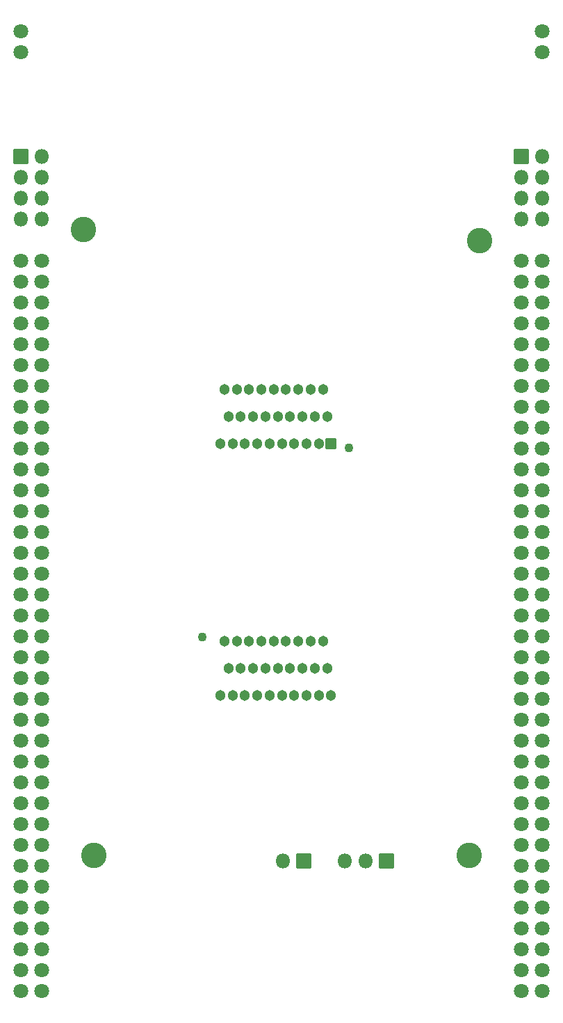
<source format=gbr>
%TF.GenerationSoftware,KiCad,Pcbnew,(6.0.7-1)-1*%
%TF.CreationDate,2022-08-23T13:11:12-05:00*%
%TF.ProjectId,NR1B-ST56,4e523142-2d53-4543-9536-2e6b69636164,rev?*%
%TF.SameCoordinates,Original*%
%TF.FileFunction,Soldermask,Bot*%
%TF.FilePolarity,Negative*%
%FSLAX46Y46*%
G04 Gerber Fmt 4.6, Leading zero omitted, Abs format (unit mm)*
G04 Created by KiCad (PCBNEW (6.0.7-1)-1) date 2022-08-23 13:11:12*
%MOMM*%
%LPD*%
G01*
G04 APERTURE LIST*
G04 Aperture macros list*
%AMRoundRect*
0 Rectangle with rounded corners*
0 $1 Rounding radius*
0 $2 $3 $4 $5 $6 $7 $8 $9 X,Y pos of 4 corners*
0 Add a 4 corners polygon primitive as box body*
4,1,4,$2,$3,$4,$5,$6,$7,$8,$9,$2,$3,0*
0 Add four circle primitives for the rounded corners*
1,1,$1+$1,$2,$3*
1,1,$1+$1,$4,$5*
1,1,$1+$1,$6,$7*
1,1,$1+$1,$8,$9*
0 Add four rect primitives between the rounded corners*
20,1,$1+$1,$2,$3,$4,$5,0*
20,1,$1+$1,$4,$5,$6,$7,0*
20,1,$1+$1,$6,$7,$8,$9,0*
20,1,$1+$1,$8,$9,$2,$3,0*%
G04 Aperture macros list end*
%ADD10RoundRect,0.050800X-0.850000X-0.850000X0.850000X-0.850000X0.850000X0.850000X-0.850000X0.850000X0*%
%ADD11O,1.801600X1.801600*%
%ADD12RoundRect,0.050800X-0.850000X0.850000X-0.850000X-0.850000X0.850000X-0.850000X0.850000X0.850000X0*%
%ADD13C,1.101600*%
%ADD14RoundRect,0.050800X-0.600000X0.600000X-0.600000X-0.600000X0.600000X-0.600000X0.600000X0.600000X0*%
%ADD15C,1.301600*%
%ADD16C,3.101600*%
%ADD17C,1.801600*%
G04 APERTURE END LIST*
D10*
%TO.C,J2*%
X168499999Y-98300001D03*
D11*
X171039999Y-98300001D03*
X168499999Y-100840001D03*
X171039999Y-100840001D03*
X168499999Y-103380001D03*
X171039999Y-103380001D03*
X168499999Y-105920001D03*
X171039999Y-105920001D03*
%TD*%
D12*
%TO.C,JP1*%
X213000000Y-184000000D03*
D11*
X210460000Y-184000000D03*
X207920000Y-184000000D03*
%TD*%
D13*
%TO.C,U1*%
X190625742Y-156759258D03*
X208475742Y-133759258D03*
D14*
X206300742Y-133269258D03*
D15*
X205800742Y-129969258D03*
X205300742Y-126669258D03*
X204800742Y-133269258D03*
X204300742Y-129969258D03*
X203800742Y-126669258D03*
X203300742Y-133269258D03*
X202800742Y-129969258D03*
X202300742Y-126669258D03*
X201800742Y-133269258D03*
X201300742Y-129969258D03*
X200800742Y-126669258D03*
X200300742Y-133269258D03*
X199800742Y-129969258D03*
X199300742Y-126669258D03*
X198800742Y-133269258D03*
X198300742Y-129969258D03*
X197800742Y-126669258D03*
X197300742Y-133269258D03*
X196800742Y-129969258D03*
X196300742Y-126669258D03*
X195800742Y-133269258D03*
X195300742Y-129969258D03*
X194800742Y-126669258D03*
X194300742Y-133269258D03*
X193800742Y-129969258D03*
X193300742Y-126669258D03*
X192800742Y-133269258D03*
X192800742Y-163849258D03*
X193300742Y-157249258D03*
X193800742Y-160549258D03*
X194300742Y-163849258D03*
X194800742Y-157249258D03*
X195300742Y-160549258D03*
X195800742Y-163849258D03*
X196300742Y-157249258D03*
X196800742Y-160549258D03*
X197300742Y-163849258D03*
X197800742Y-157249258D03*
X198300742Y-160549258D03*
X198800742Y-163849258D03*
X199300742Y-157249258D03*
X199800742Y-160549258D03*
X200300742Y-163849258D03*
X200800742Y-157249258D03*
X201300742Y-160549258D03*
X201800742Y-163849258D03*
X202300742Y-157249258D03*
X202800742Y-160549258D03*
X203300742Y-163849258D03*
X203800742Y-157249258D03*
X204300742Y-160549258D03*
X204800742Y-163849258D03*
X205300742Y-157249258D03*
X205800742Y-160549258D03*
X206300742Y-163849258D03*
%TD*%
D10*
%TO.C,J1*%
X229499999Y-98300001D03*
D11*
X232039999Y-98300001D03*
X229499999Y-100840001D03*
X232039999Y-100840001D03*
X229499999Y-103380001D03*
X232039999Y-103380001D03*
X229499999Y-105920001D03*
X232039999Y-105920001D03*
%TD*%
D12*
%TO.C,J3*%
X203000000Y-184000000D03*
D11*
X200460000Y-184000000D03*
%TD*%
D16*
%TO.C,X1*%
X177389999Y-183390001D03*
X224399999Y-108500001D03*
X176119999Y-107190001D03*
X223099999Y-183400001D03*
D17*
X168499999Y-111000001D03*
X171039999Y-111000001D03*
X168499999Y-113540001D03*
X171039999Y-113540001D03*
X168499999Y-116080001D03*
X171039999Y-116080001D03*
X168499999Y-118620001D03*
X171039999Y-118620001D03*
X168499999Y-121160001D03*
X171039999Y-121160001D03*
X168499999Y-123700001D03*
X171039999Y-123700001D03*
X168499999Y-126240001D03*
X171039999Y-126240001D03*
X168499999Y-128780001D03*
X171039999Y-128780001D03*
X168499999Y-131320001D03*
X171039999Y-131320001D03*
X168499999Y-133860001D03*
X171039999Y-133860001D03*
X168499999Y-136400001D03*
X171039999Y-136400001D03*
X168499999Y-138940001D03*
X171039999Y-138940001D03*
X168499999Y-141480001D03*
X171039999Y-141480001D03*
X168499999Y-144020001D03*
X171039999Y-144020001D03*
X168499999Y-146560001D03*
X171039999Y-146560001D03*
X168499999Y-149100001D03*
X171039999Y-149100001D03*
X168499999Y-151640001D03*
X171039999Y-151640001D03*
X168499999Y-154180001D03*
X171039999Y-154180001D03*
X168499999Y-156720001D03*
X171039999Y-156720001D03*
X168499999Y-159260001D03*
X171039999Y-159260001D03*
X168499999Y-161800001D03*
X171039999Y-161800001D03*
X168499999Y-164340001D03*
X171039999Y-164340001D03*
X168499999Y-166880001D03*
X171039999Y-166880001D03*
X168499999Y-169420001D03*
X171039999Y-169420001D03*
X168499999Y-171960001D03*
X171039999Y-171960001D03*
X168499999Y-174500001D03*
X171039999Y-174500001D03*
X168499999Y-177040001D03*
X171039999Y-177040001D03*
X168499999Y-179580001D03*
X171039999Y-179580001D03*
X168499999Y-182120001D03*
X171039999Y-182120001D03*
X168499999Y-184660001D03*
X171039999Y-184660001D03*
X168499999Y-187200001D03*
X171039999Y-187200001D03*
X168499999Y-189740001D03*
X171039999Y-189740001D03*
X168499999Y-192280001D03*
X171039999Y-192280001D03*
X168499999Y-194820001D03*
X171039999Y-194820001D03*
X168499999Y-197360001D03*
X171039999Y-197360001D03*
X168499999Y-199900001D03*
X171039999Y-199900001D03*
X229459999Y-111000001D03*
X231999999Y-111000001D03*
X229459999Y-113540001D03*
X231999999Y-113540001D03*
X229459999Y-116080001D03*
X231999999Y-116080001D03*
X229459999Y-118620001D03*
X231999999Y-118620001D03*
X229459999Y-121160001D03*
X231999999Y-121160001D03*
X229459999Y-123700001D03*
X231999999Y-123700001D03*
X229459999Y-126240001D03*
X231999999Y-126240001D03*
X229459999Y-128780001D03*
X231999999Y-128780001D03*
X229459999Y-131320001D03*
X231999999Y-131320001D03*
X229459999Y-133860001D03*
X231999999Y-133860001D03*
X229459999Y-136400001D03*
X231999999Y-136400001D03*
X229459999Y-138940001D03*
X231999999Y-138940001D03*
X229459999Y-141480001D03*
X231999999Y-141480001D03*
X229459999Y-144020001D03*
X231999999Y-144020001D03*
X229459999Y-146560001D03*
X231999999Y-146560001D03*
X229459999Y-149100001D03*
X231999999Y-149100001D03*
X229459999Y-151640001D03*
X231999999Y-151640001D03*
X229459999Y-154180001D03*
X231999999Y-154180001D03*
X229459999Y-156720001D03*
X231999999Y-156720001D03*
X229459999Y-159260001D03*
X231999999Y-159260001D03*
X229459999Y-161800001D03*
X231999999Y-161800001D03*
X229459999Y-164340001D03*
X231999999Y-164340001D03*
X229459999Y-166880001D03*
X231999999Y-166880001D03*
X229459999Y-169420001D03*
X231999999Y-169420001D03*
X229459999Y-171960001D03*
X231999999Y-171960001D03*
X229459999Y-174500001D03*
X231999999Y-174500001D03*
X229459999Y-177040001D03*
X231999999Y-177040001D03*
X229459999Y-179580001D03*
X231999999Y-179580001D03*
X229459999Y-182120001D03*
X231999999Y-182120001D03*
X229459999Y-184660001D03*
X231999999Y-184660001D03*
X229459999Y-187200001D03*
X231999999Y-187200001D03*
X229459999Y-189740001D03*
X231999999Y-189740001D03*
X229459999Y-192280001D03*
X231999999Y-192280001D03*
X229459999Y-194820001D03*
X231999999Y-194820001D03*
X229459999Y-197360001D03*
X231999999Y-197360001D03*
X229459999Y-199900001D03*
X231999999Y-199900001D03*
X168499999Y-83060001D03*
X168499999Y-85600001D03*
X231999999Y-83060001D03*
X231999999Y-85600001D03*
%TD*%
M02*

</source>
